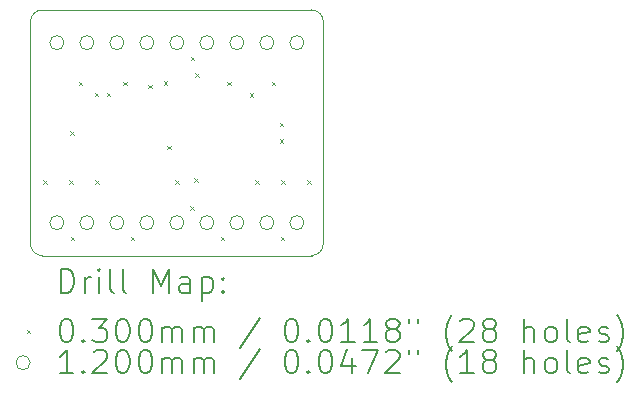
<source format=gbr>
%TF.GenerationSoftware,KiCad,Pcbnew,8.0.4*%
%TF.CreationDate,2024-09-13T11:55:58+01:00*%
%TF.ProjectId,MkI,4d6b492e-6b69-4636-9164-5f7063625858,rev?*%
%TF.SameCoordinates,Original*%
%TF.FileFunction,Drillmap*%
%TF.FilePolarity,Positive*%
%FSLAX45Y45*%
G04 Gerber Fmt 4.5, Leading zero omitted, Abs format (unit mm)*
G04 Created by KiCad (PCBNEW 8.0.4) date 2024-09-13 11:55:58*
%MOMM*%
%LPD*%
G01*
G04 APERTURE LIST*
%ADD10C,0.050000*%
%ADD11C,0.200000*%
%ADD12C,0.100000*%
%ADD13C,0.120000*%
G04 APERTURE END LIST*
D10*
X10982500Y-7659500D02*
G75*
G02*
X11082496Y-7759500I-4J-100000D01*
G01*
X8602500Y-7759500D02*
G75*
G02*
X8702500Y-7659504I99996J0D01*
G01*
X8602500Y-7759500D02*
X8602500Y-9639500D01*
X10982500Y-9739500D02*
X8702500Y-9739500D01*
X8702500Y-7659500D02*
X10982500Y-7659500D01*
X8702500Y-9739500D02*
G75*
G02*
X8602496Y-9639500I-4J100000D01*
G01*
X11082500Y-7759500D02*
X11082500Y-9639500D01*
X11082500Y-9639500D02*
G75*
G02*
X10982500Y-9739504I-100004J0D01*
G01*
D11*
D12*
X8709546Y-9103000D02*
X8739546Y-9133000D01*
X8739546Y-9103000D02*
X8709546Y-9133000D01*
X8929546Y-9103000D02*
X8959546Y-9133000D01*
X8959546Y-9103000D02*
X8929546Y-9133000D01*
X8937500Y-8684500D02*
X8967500Y-8714500D01*
X8967500Y-8684500D02*
X8937500Y-8714500D01*
X8943500Y-9581500D02*
X8973500Y-9611500D01*
X8973500Y-9581500D02*
X8943500Y-9611500D01*
X9010000Y-8267000D02*
X9040000Y-8297000D01*
X9040000Y-8267000D02*
X9010000Y-8297000D01*
X9147500Y-8359500D02*
X9177500Y-8389500D01*
X9177500Y-8359500D02*
X9147500Y-8389500D01*
X9149546Y-9103000D02*
X9179546Y-9133000D01*
X9179546Y-9103000D02*
X9149546Y-9133000D01*
X9247500Y-8359500D02*
X9277500Y-8389500D01*
X9277500Y-8359500D02*
X9247500Y-8389500D01*
X9387500Y-8265750D02*
X9417500Y-8295750D01*
X9417500Y-8265750D02*
X9387500Y-8295750D01*
X9451500Y-9581500D02*
X9481500Y-9611500D01*
X9481500Y-9581500D02*
X9451500Y-9611500D01*
X9600000Y-8294500D02*
X9630000Y-8324500D01*
X9630000Y-8294500D02*
X9600000Y-8324500D01*
X9732500Y-8264500D02*
X9762500Y-8294500D01*
X9762500Y-8264500D02*
X9732500Y-8294500D01*
X9762500Y-8809500D02*
X9792500Y-8839500D01*
X9792500Y-8809500D02*
X9762500Y-8839500D01*
X9829546Y-9103000D02*
X9859546Y-9133000D01*
X9859546Y-9103000D02*
X9829546Y-9133000D01*
X9954500Y-9319500D02*
X9984500Y-9349500D01*
X9984500Y-9319500D02*
X9954500Y-9349500D01*
X9959500Y-8057500D02*
X9989500Y-8087500D01*
X9989500Y-8057500D02*
X9959500Y-8087500D01*
X9990000Y-9084500D02*
X10020000Y-9114500D01*
X10020000Y-9084500D02*
X9990000Y-9114500D01*
X9997500Y-8194500D02*
X10027500Y-8224500D01*
X10027500Y-8194500D02*
X9997500Y-8224500D01*
X10213500Y-9581500D02*
X10243500Y-9611500D01*
X10243500Y-9581500D02*
X10213500Y-9611500D01*
X10267500Y-8265750D02*
X10297500Y-8295750D01*
X10297500Y-8265750D02*
X10267500Y-8295750D01*
X10457500Y-8364500D02*
X10487500Y-8394500D01*
X10487500Y-8364500D02*
X10457500Y-8394500D01*
X10504546Y-9103000D02*
X10534546Y-9133000D01*
X10534546Y-9103000D02*
X10504546Y-9133000D01*
X10645000Y-8267000D02*
X10675000Y-8297000D01*
X10675000Y-8267000D02*
X10645000Y-8297000D01*
X10714546Y-8613000D02*
X10744546Y-8643000D01*
X10744546Y-8613000D02*
X10714546Y-8643000D01*
X10714546Y-8753000D02*
X10744546Y-8783000D01*
X10744546Y-8753000D02*
X10714546Y-8783000D01*
X10721500Y-9581500D02*
X10751500Y-9611500D01*
X10751500Y-9581500D02*
X10721500Y-9611500D01*
X10724546Y-9103000D02*
X10754546Y-9133000D01*
X10754546Y-9103000D02*
X10724546Y-9133000D01*
X10944546Y-9103000D02*
X10974546Y-9133000D01*
X10974546Y-9103000D02*
X10944546Y-9133000D01*
D13*
X8886500Y-7937500D02*
G75*
G02*
X8766500Y-7937500I-60000J0D01*
G01*
X8766500Y-7937500D02*
G75*
G02*
X8886500Y-7937500I60000J0D01*
G01*
X8886500Y-9461500D02*
G75*
G02*
X8766500Y-9461500I-60000J0D01*
G01*
X8766500Y-9461500D02*
G75*
G02*
X8886500Y-9461500I60000J0D01*
G01*
X9140500Y-7937500D02*
G75*
G02*
X9020500Y-7937500I-60000J0D01*
G01*
X9020500Y-7937500D02*
G75*
G02*
X9140500Y-7937500I60000J0D01*
G01*
X9140500Y-9461500D02*
G75*
G02*
X9020500Y-9461500I-60000J0D01*
G01*
X9020500Y-9461500D02*
G75*
G02*
X9140500Y-9461500I60000J0D01*
G01*
X9394500Y-7937500D02*
G75*
G02*
X9274500Y-7937500I-60000J0D01*
G01*
X9274500Y-7937500D02*
G75*
G02*
X9394500Y-7937500I60000J0D01*
G01*
X9394500Y-9461500D02*
G75*
G02*
X9274500Y-9461500I-60000J0D01*
G01*
X9274500Y-9461500D02*
G75*
G02*
X9394500Y-9461500I60000J0D01*
G01*
X9648500Y-7937500D02*
G75*
G02*
X9528500Y-7937500I-60000J0D01*
G01*
X9528500Y-7937500D02*
G75*
G02*
X9648500Y-7937500I60000J0D01*
G01*
X9648500Y-9461500D02*
G75*
G02*
X9528500Y-9461500I-60000J0D01*
G01*
X9528500Y-9461500D02*
G75*
G02*
X9648500Y-9461500I60000J0D01*
G01*
X9902500Y-7937500D02*
G75*
G02*
X9782500Y-7937500I-60000J0D01*
G01*
X9782500Y-7937500D02*
G75*
G02*
X9902500Y-7937500I60000J0D01*
G01*
X9902500Y-9461500D02*
G75*
G02*
X9782500Y-9461500I-60000J0D01*
G01*
X9782500Y-9461500D02*
G75*
G02*
X9902500Y-9461500I60000J0D01*
G01*
X10156500Y-7937500D02*
G75*
G02*
X10036500Y-7937500I-60000J0D01*
G01*
X10036500Y-7937500D02*
G75*
G02*
X10156500Y-7937500I60000J0D01*
G01*
X10156500Y-9461500D02*
G75*
G02*
X10036500Y-9461500I-60000J0D01*
G01*
X10036500Y-9461500D02*
G75*
G02*
X10156500Y-9461500I60000J0D01*
G01*
X10410500Y-7937500D02*
G75*
G02*
X10290500Y-7937500I-60000J0D01*
G01*
X10290500Y-7937500D02*
G75*
G02*
X10410500Y-7937500I60000J0D01*
G01*
X10410500Y-9461500D02*
G75*
G02*
X10290500Y-9461500I-60000J0D01*
G01*
X10290500Y-9461500D02*
G75*
G02*
X10410500Y-9461500I60000J0D01*
G01*
X10664500Y-7937500D02*
G75*
G02*
X10544500Y-7937500I-60000J0D01*
G01*
X10544500Y-7937500D02*
G75*
G02*
X10664500Y-7937500I60000J0D01*
G01*
X10664500Y-9461500D02*
G75*
G02*
X10544500Y-9461500I-60000J0D01*
G01*
X10544500Y-9461500D02*
G75*
G02*
X10664500Y-9461500I60000J0D01*
G01*
X10918500Y-7937500D02*
G75*
G02*
X10798500Y-7937500I-60000J0D01*
G01*
X10798500Y-7937500D02*
G75*
G02*
X10918500Y-7937500I60000J0D01*
G01*
X10918500Y-9461500D02*
G75*
G02*
X10798500Y-9461500I-60000J0D01*
G01*
X10798500Y-9461500D02*
G75*
G02*
X10918500Y-9461500I60000J0D01*
G01*
D11*
X8860777Y-10053484D02*
X8860777Y-9853484D01*
X8860777Y-9853484D02*
X8908396Y-9853484D01*
X8908396Y-9853484D02*
X8936967Y-9863008D01*
X8936967Y-9863008D02*
X8956015Y-9882055D01*
X8956015Y-9882055D02*
X8965539Y-9901103D01*
X8965539Y-9901103D02*
X8975063Y-9939198D01*
X8975063Y-9939198D02*
X8975063Y-9967770D01*
X8975063Y-9967770D02*
X8965539Y-10005865D01*
X8965539Y-10005865D02*
X8956015Y-10024912D01*
X8956015Y-10024912D02*
X8936967Y-10043960D01*
X8936967Y-10043960D02*
X8908396Y-10053484D01*
X8908396Y-10053484D02*
X8860777Y-10053484D01*
X9060777Y-10053484D02*
X9060777Y-9920150D01*
X9060777Y-9958246D02*
X9070301Y-9939198D01*
X9070301Y-9939198D02*
X9079824Y-9929674D01*
X9079824Y-9929674D02*
X9098872Y-9920150D01*
X9098872Y-9920150D02*
X9117920Y-9920150D01*
X9184586Y-10053484D02*
X9184586Y-9920150D01*
X9184586Y-9853484D02*
X9175063Y-9863008D01*
X9175063Y-9863008D02*
X9184586Y-9872531D01*
X9184586Y-9872531D02*
X9194110Y-9863008D01*
X9194110Y-9863008D02*
X9184586Y-9853484D01*
X9184586Y-9853484D02*
X9184586Y-9872531D01*
X9308396Y-10053484D02*
X9289348Y-10043960D01*
X9289348Y-10043960D02*
X9279824Y-10024912D01*
X9279824Y-10024912D02*
X9279824Y-9853484D01*
X9413158Y-10053484D02*
X9394110Y-10043960D01*
X9394110Y-10043960D02*
X9384586Y-10024912D01*
X9384586Y-10024912D02*
X9384586Y-9853484D01*
X9641729Y-10053484D02*
X9641729Y-9853484D01*
X9641729Y-9853484D02*
X9708396Y-9996341D01*
X9708396Y-9996341D02*
X9775063Y-9853484D01*
X9775063Y-9853484D02*
X9775063Y-10053484D01*
X9956015Y-10053484D02*
X9956015Y-9948722D01*
X9956015Y-9948722D02*
X9946491Y-9929674D01*
X9946491Y-9929674D02*
X9927444Y-9920150D01*
X9927444Y-9920150D02*
X9889348Y-9920150D01*
X9889348Y-9920150D02*
X9870301Y-9929674D01*
X9956015Y-10043960D02*
X9936967Y-10053484D01*
X9936967Y-10053484D02*
X9889348Y-10053484D01*
X9889348Y-10053484D02*
X9870301Y-10043960D01*
X9870301Y-10043960D02*
X9860777Y-10024912D01*
X9860777Y-10024912D02*
X9860777Y-10005865D01*
X9860777Y-10005865D02*
X9870301Y-9986817D01*
X9870301Y-9986817D02*
X9889348Y-9977293D01*
X9889348Y-9977293D02*
X9936967Y-9977293D01*
X9936967Y-9977293D02*
X9956015Y-9967770D01*
X10051253Y-9920150D02*
X10051253Y-10120150D01*
X10051253Y-9929674D02*
X10070301Y-9920150D01*
X10070301Y-9920150D02*
X10108396Y-9920150D01*
X10108396Y-9920150D02*
X10127444Y-9929674D01*
X10127444Y-9929674D02*
X10136967Y-9939198D01*
X10136967Y-9939198D02*
X10146491Y-9958246D01*
X10146491Y-9958246D02*
X10146491Y-10015389D01*
X10146491Y-10015389D02*
X10136967Y-10034436D01*
X10136967Y-10034436D02*
X10127444Y-10043960D01*
X10127444Y-10043960D02*
X10108396Y-10053484D01*
X10108396Y-10053484D02*
X10070301Y-10053484D01*
X10070301Y-10053484D02*
X10051253Y-10043960D01*
X10232205Y-10034436D02*
X10241729Y-10043960D01*
X10241729Y-10043960D02*
X10232205Y-10053484D01*
X10232205Y-10053484D02*
X10222682Y-10043960D01*
X10222682Y-10043960D02*
X10232205Y-10034436D01*
X10232205Y-10034436D02*
X10232205Y-10053484D01*
X10232205Y-9929674D02*
X10241729Y-9939198D01*
X10241729Y-9939198D02*
X10232205Y-9948722D01*
X10232205Y-9948722D02*
X10222682Y-9939198D01*
X10222682Y-9939198D02*
X10232205Y-9929674D01*
X10232205Y-9929674D02*
X10232205Y-9948722D01*
D12*
X8570000Y-10367000D02*
X8600000Y-10397000D01*
X8600000Y-10367000D02*
X8570000Y-10397000D01*
D11*
X8898872Y-10273484D02*
X8917920Y-10273484D01*
X8917920Y-10273484D02*
X8936967Y-10283008D01*
X8936967Y-10283008D02*
X8946491Y-10292531D01*
X8946491Y-10292531D02*
X8956015Y-10311579D01*
X8956015Y-10311579D02*
X8965539Y-10349674D01*
X8965539Y-10349674D02*
X8965539Y-10397293D01*
X8965539Y-10397293D02*
X8956015Y-10435389D01*
X8956015Y-10435389D02*
X8946491Y-10454436D01*
X8946491Y-10454436D02*
X8936967Y-10463960D01*
X8936967Y-10463960D02*
X8917920Y-10473484D01*
X8917920Y-10473484D02*
X8898872Y-10473484D01*
X8898872Y-10473484D02*
X8879824Y-10463960D01*
X8879824Y-10463960D02*
X8870301Y-10454436D01*
X8870301Y-10454436D02*
X8860777Y-10435389D01*
X8860777Y-10435389D02*
X8851253Y-10397293D01*
X8851253Y-10397293D02*
X8851253Y-10349674D01*
X8851253Y-10349674D02*
X8860777Y-10311579D01*
X8860777Y-10311579D02*
X8870301Y-10292531D01*
X8870301Y-10292531D02*
X8879824Y-10283008D01*
X8879824Y-10283008D02*
X8898872Y-10273484D01*
X9051253Y-10454436D02*
X9060777Y-10463960D01*
X9060777Y-10463960D02*
X9051253Y-10473484D01*
X9051253Y-10473484D02*
X9041729Y-10463960D01*
X9041729Y-10463960D02*
X9051253Y-10454436D01*
X9051253Y-10454436D02*
X9051253Y-10473484D01*
X9127444Y-10273484D02*
X9251253Y-10273484D01*
X9251253Y-10273484D02*
X9184586Y-10349674D01*
X9184586Y-10349674D02*
X9213158Y-10349674D01*
X9213158Y-10349674D02*
X9232205Y-10359198D01*
X9232205Y-10359198D02*
X9241729Y-10368722D01*
X9241729Y-10368722D02*
X9251253Y-10387770D01*
X9251253Y-10387770D02*
X9251253Y-10435389D01*
X9251253Y-10435389D02*
X9241729Y-10454436D01*
X9241729Y-10454436D02*
X9232205Y-10463960D01*
X9232205Y-10463960D02*
X9213158Y-10473484D01*
X9213158Y-10473484D02*
X9156015Y-10473484D01*
X9156015Y-10473484D02*
X9136967Y-10463960D01*
X9136967Y-10463960D02*
X9127444Y-10454436D01*
X9375063Y-10273484D02*
X9394110Y-10273484D01*
X9394110Y-10273484D02*
X9413158Y-10283008D01*
X9413158Y-10283008D02*
X9422682Y-10292531D01*
X9422682Y-10292531D02*
X9432205Y-10311579D01*
X9432205Y-10311579D02*
X9441729Y-10349674D01*
X9441729Y-10349674D02*
X9441729Y-10397293D01*
X9441729Y-10397293D02*
X9432205Y-10435389D01*
X9432205Y-10435389D02*
X9422682Y-10454436D01*
X9422682Y-10454436D02*
X9413158Y-10463960D01*
X9413158Y-10463960D02*
X9394110Y-10473484D01*
X9394110Y-10473484D02*
X9375063Y-10473484D01*
X9375063Y-10473484D02*
X9356015Y-10463960D01*
X9356015Y-10463960D02*
X9346491Y-10454436D01*
X9346491Y-10454436D02*
X9336967Y-10435389D01*
X9336967Y-10435389D02*
X9327444Y-10397293D01*
X9327444Y-10397293D02*
X9327444Y-10349674D01*
X9327444Y-10349674D02*
X9336967Y-10311579D01*
X9336967Y-10311579D02*
X9346491Y-10292531D01*
X9346491Y-10292531D02*
X9356015Y-10283008D01*
X9356015Y-10283008D02*
X9375063Y-10273484D01*
X9565539Y-10273484D02*
X9584586Y-10273484D01*
X9584586Y-10273484D02*
X9603634Y-10283008D01*
X9603634Y-10283008D02*
X9613158Y-10292531D01*
X9613158Y-10292531D02*
X9622682Y-10311579D01*
X9622682Y-10311579D02*
X9632205Y-10349674D01*
X9632205Y-10349674D02*
X9632205Y-10397293D01*
X9632205Y-10397293D02*
X9622682Y-10435389D01*
X9622682Y-10435389D02*
X9613158Y-10454436D01*
X9613158Y-10454436D02*
X9603634Y-10463960D01*
X9603634Y-10463960D02*
X9584586Y-10473484D01*
X9584586Y-10473484D02*
X9565539Y-10473484D01*
X9565539Y-10473484D02*
X9546491Y-10463960D01*
X9546491Y-10463960D02*
X9536967Y-10454436D01*
X9536967Y-10454436D02*
X9527444Y-10435389D01*
X9527444Y-10435389D02*
X9517920Y-10397293D01*
X9517920Y-10397293D02*
X9517920Y-10349674D01*
X9517920Y-10349674D02*
X9527444Y-10311579D01*
X9527444Y-10311579D02*
X9536967Y-10292531D01*
X9536967Y-10292531D02*
X9546491Y-10283008D01*
X9546491Y-10283008D02*
X9565539Y-10273484D01*
X9717920Y-10473484D02*
X9717920Y-10340150D01*
X9717920Y-10359198D02*
X9727444Y-10349674D01*
X9727444Y-10349674D02*
X9746491Y-10340150D01*
X9746491Y-10340150D02*
X9775063Y-10340150D01*
X9775063Y-10340150D02*
X9794110Y-10349674D01*
X9794110Y-10349674D02*
X9803634Y-10368722D01*
X9803634Y-10368722D02*
X9803634Y-10473484D01*
X9803634Y-10368722D02*
X9813158Y-10349674D01*
X9813158Y-10349674D02*
X9832205Y-10340150D01*
X9832205Y-10340150D02*
X9860777Y-10340150D01*
X9860777Y-10340150D02*
X9879825Y-10349674D01*
X9879825Y-10349674D02*
X9889348Y-10368722D01*
X9889348Y-10368722D02*
X9889348Y-10473484D01*
X9984586Y-10473484D02*
X9984586Y-10340150D01*
X9984586Y-10359198D02*
X9994110Y-10349674D01*
X9994110Y-10349674D02*
X10013158Y-10340150D01*
X10013158Y-10340150D02*
X10041729Y-10340150D01*
X10041729Y-10340150D02*
X10060777Y-10349674D01*
X10060777Y-10349674D02*
X10070301Y-10368722D01*
X10070301Y-10368722D02*
X10070301Y-10473484D01*
X10070301Y-10368722D02*
X10079825Y-10349674D01*
X10079825Y-10349674D02*
X10098872Y-10340150D01*
X10098872Y-10340150D02*
X10127444Y-10340150D01*
X10127444Y-10340150D02*
X10146491Y-10349674D01*
X10146491Y-10349674D02*
X10156015Y-10368722D01*
X10156015Y-10368722D02*
X10156015Y-10473484D01*
X10546491Y-10263960D02*
X10375063Y-10521103D01*
X10803634Y-10273484D02*
X10822682Y-10273484D01*
X10822682Y-10273484D02*
X10841729Y-10283008D01*
X10841729Y-10283008D02*
X10851253Y-10292531D01*
X10851253Y-10292531D02*
X10860777Y-10311579D01*
X10860777Y-10311579D02*
X10870301Y-10349674D01*
X10870301Y-10349674D02*
X10870301Y-10397293D01*
X10870301Y-10397293D02*
X10860777Y-10435389D01*
X10860777Y-10435389D02*
X10851253Y-10454436D01*
X10851253Y-10454436D02*
X10841729Y-10463960D01*
X10841729Y-10463960D02*
X10822682Y-10473484D01*
X10822682Y-10473484D02*
X10803634Y-10473484D01*
X10803634Y-10473484D02*
X10784587Y-10463960D01*
X10784587Y-10463960D02*
X10775063Y-10454436D01*
X10775063Y-10454436D02*
X10765539Y-10435389D01*
X10765539Y-10435389D02*
X10756015Y-10397293D01*
X10756015Y-10397293D02*
X10756015Y-10349674D01*
X10756015Y-10349674D02*
X10765539Y-10311579D01*
X10765539Y-10311579D02*
X10775063Y-10292531D01*
X10775063Y-10292531D02*
X10784587Y-10283008D01*
X10784587Y-10283008D02*
X10803634Y-10273484D01*
X10956015Y-10454436D02*
X10965539Y-10463960D01*
X10965539Y-10463960D02*
X10956015Y-10473484D01*
X10956015Y-10473484D02*
X10946491Y-10463960D01*
X10946491Y-10463960D02*
X10956015Y-10454436D01*
X10956015Y-10454436D02*
X10956015Y-10473484D01*
X11089348Y-10273484D02*
X11108396Y-10273484D01*
X11108396Y-10273484D02*
X11127444Y-10283008D01*
X11127444Y-10283008D02*
X11136968Y-10292531D01*
X11136968Y-10292531D02*
X11146491Y-10311579D01*
X11146491Y-10311579D02*
X11156015Y-10349674D01*
X11156015Y-10349674D02*
X11156015Y-10397293D01*
X11156015Y-10397293D02*
X11146491Y-10435389D01*
X11146491Y-10435389D02*
X11136968Y-10454436D01*
X11136968Y-10454436D02*
X11127444Y-10463960D01*
X11127444Y-10463960D02*
X11108396Y-10473484D01*
X11108396Y-10473484D02*
X11089348Y-10473484D01*
X11089348Y-10473484D02*
X11070301Y-10463960D01*
X11070301Y-10463960D02*
X11060777Y-10454436D01*
X11060777Y-10454436D02*
X11051253Y-10435389D01*
X11051253Y-10435389D02*
X11041729Y-10397293D01*
X11041729Y-10397293D02*
X11041729Y-10349674D01*
X11041729Y-10349674D02*
X11051253Y-10311579D01*
X11051253Y-10311579D02*
X11060777Y-10292531D01*
X11060777Y-10292531D02*
X11070301Y-10283008D01*
X11070301Y-10283008D02*
X11089348Y-10273484D01*
X11346491Y-10473484D02*
X11232206Y-10473484D01*
X11289348Y-10473484D02*
X11289348Y-10273484D01*
X11289348Y-10273484D02*
X11270301Y-10302055D01*
X11270301Y-10302055D02*
X11251253Y-10321103D01*
X11251253Y-10321103D02*
X11232206Y-10330627D01*
X11536967Y-10473484D02*
X11422682Y-10473484D01*
X11479825Y-10473484D02*
X11479825Y-10273484D01*
X11479825Y-10273484D02*
X11460777Y-10302055D01*
X11460777Y-10302055D02*
X11441729Y-10321103D01*
X11441729Y-10321103D02*
X11422682Y-10330627D01*
X11651253Y-10359198D02*
X11632206Y-10349674D01*
X11632206Y-10349674D02*
X11622682Y-10340150D01*
X11622682Y-10340150D02*
X11613158Y-10321103D01*
X11613158Y-10321103D02*
X11613158Y-10311579D01*
X11613158Y-10311579D02*
X11622682Y-10292531D01*
X11622682Y-10292531D02*
X11632206Y-10283008D01*
X11632206Y-10283008D02*
X11651253Y-10273484D01*
X11651253Y-10273484D02*
X11689348Y-10273484D01*
X11689348Y-10273484D02*
X11708396Y-10283008D01*
X11708396Y-10283008D02*
X11717920Y-10292531D01*
X11717920Y-10292531D02*
X11727444Y-10311579D01*
X11727444Y-10311579D02*
X11727444Y-10321103D01*
X11727444Y-10321103D02*
X11717920Y-10340150D01*
X11717920Y-10340150D02*
X11708396Y-10349674D01*
X11708396Y-10349674D02*
X11689348Y-10359198D01*
X11689348Y-10359198D02*
X11651253Y-10359198D01*
X11651253Y-10359198D02*
X11632206Y-10368722D01*
X11632206Y-10368722D02*
X11622682Y-10378246D01*
X11622682Y-10378246D02*
X11613158Y-10397293D01*
X11613158Y-10397293D02*
X11613158Y-10435389D01*
X11613158Y-10435389D02*
X11622682Y-10454436D01*
X11622682Y-10454436D02*
X11632206Y-10463960D01*
X11632206Y-10463960D02*
X11651253Y-10473484D01*
X11651253Y-10473484D02*
X11689348Y-10473484D01*
X11689348Y-10473484D02*
X11708396Y-10463960D01*
X11708396Y-10463960D02*
X11717920Y-10454436D01*
X11717920Y-10454436D02*
X11727444Y-10435389D01*
X11727444Y-10435389D02*
X11727444Y-10397293D01*
X11727444Y-10397293D02*
X11717920Y-10378246D01*
X11717920Y-10378246D02*
X11708396Y-10368722D01*
X11708396Y-10368722D02*
X11689348Y-10359198D01*
X11803634Y-10273484D02*
X11803634Y-10311579D01*
X11879825Y-10273484D02*
X11879825Y-10311579D01*
X12175063Y-10549674D02*
X12165539Y-10540150D01*
X12165539Y-10540150D02*
X12146491Y-10511579D01*
X12146491Y-10511579D02*
X12136968Y-10492531D01*
X12136968Y-10492531D02*
X12127444Y-10463960D01*
X12127444Y-10463960D02*
X12117920Y-10416341D01*
X12117920Y-10416341D02*
X12117920Y-10378246D01*
X12117920Y-10378246D02*
X12127444Y-10330627D01*
X12127444Y-10330627D02*
X12136968Y-10302055D01*
X12136968Y-10302055D02*
X12146491Y-10283008D01*
X12146491Y-10283008D02*
X12165539Y-10254436D01*
X12165539Y-10254436D02*
X12175063Y-10244912D01*
X12241729Y-10292531D02*
X12251253Y-10283008D01*
X12251253Y-10283008D02*
X12270301Y-10273484D01*
X12270301Y-10273484D02*
X12317920Y-10273484D01*
X12317920Y-10273484D02*
X12336968Y-10283008D01*
X12336968Y-10283008D02*
X12346491Y-10292531D01*
X12346491Y-10292531D02*
X12356015Y-10311579D01*
X12356015Y-10311579D02*
X12356015Y-10330627D01*
X12356015Y-10330627D02*
X12346491Y-10359198D01*
X12346491Y-10359198D02*
X12232206Y-10473484D01*
X12232206Y-10473484D02*
X12356015Y-10473484D01*
X12470301Y-10359198D02*
X12451253Y-10349674D01*
X12451253Y-10349674D02*
X12441729Y-10340150D01*
X12441729Y-10340150D02*
X12432206Y-10321103D01*
X12432206Y-10321103D02*
X12432206Y-10311579D01*
X12432206Y-10311579D02*
X12441729Y-10292531D01*
X12441729Y-10292531D02*
X12451253Y-10283008D01*
X12451253Y-10283008D02*
X12470301Y-10273484D01*
X12470301Y-10273484D02*
X12508396Y-10273484D01*
X12508396Y-10273484D02*
X12527444Y-10283008D01*
X12527444Y-10283008D02*
X12536968Y-10292531D01*
X12536968Y-10292531D02*
X12546491Y-10311579D01*
X12546491Y-10311579D02*
X12546491Y-10321103D01*
X12546491Y-10321103D02*
X12536968Y-10340150D01*
X12536968Y-10340150D02*
X12527444Y-10349674D01*
X12527444Y-10349674D02*
X12508396Y-10359198D01*
X12508396Y-10359198D02*
X12470301Y-10359198D01*
X12470301Y-10359198D02*
X12451253Y-10368722D01*
X12451253Y-10368722D02*
X12441729Y-10378246D01*
X12441729Y-10378246D02*
X12432206Y-10397293D01*
X12432206Y-10397293D02*
X12432206Y-10435389D01*
X12432206Y-10435389D02*
X12441729Y-10454436D01*
X12441729Y-10454436D02*
X12451253Y-10463960D01*
X12451253Y-10463960D02*
X12470301Y-10473484D01*
X12470301Y-10473484D02*
X12508396Y-10473484D01*
X12508396Y-10473484D02*
X12527444Y-10463960D01*
X12527444Y-10463960D02*
X12536968Y-10454436D01*
X12536968Y-10454436D02*
X12546491Y-10435389D01*
X12546491Y-10435389D02*
X12546491Y-10397293D01*
X12546491Y-10397293D02*
X12536968Y-10378246D01*
X12536968Y-10378246D02*
X12527444Y-10368722D01*
X12527444Y-10368722D02*
X12508396Y-10359198D01*
X12784587Y-10473484D02*
X12784587Y-10273484D01*
X12870301Y-10473484D02*
X12870301Y-10368722D01*
X12870301Y-10368722D02*
X12860777Y-10349674D01*
X12860777Y-10349674D02*
X12841730Y-10340150D01*
X12841730Y-10340150D02*
X12813158Y-10340150D01*
X12813158Y-10340150D02*
X12794110Y-10349674D01*
X12794110Y-10349674D02*
X12784587Y-10359198D01*
X12994110Y-10473484D02*
X12975063Y-10463960D01*
X12975063Y-10463960D02*
X12965539Y-10454436D01*
X12965539Y-10454436D02*
X12956015Y-10435389D01*
X12956015Y-10435389D02*
X12956015Y-10378246D01*
X12956015Y-10378246D02*
X12965539Y-10359198D01*
X12965539Y-10359198D02*
X12975063Y-10349674D01*
X12975063Y-10349674D02*
X12994110Y-10340150D01*
X12994110Y-10340150D02*
X13022682Y-10340150D01*
X13022682Y-10340150D02*
X13041730Y-10349674D01*
X13041730Y-10349674D02*
X13051253Y-10359198D01*
X13051253Y-10359198D02*
X13060777Y-10378246D01*
X13060777Y-10378246D02*
X13060777Y-10435389D01*
X13060777Y-10435389D02*
X13051253Y-10454436D01*
X13051253Y-10454436D02*
X13041730Y-10463960D01*
X13041730Y-10463960D02*
X13022682Y-10473484D01*
X13022682Y-10473484D02*
X12994110Y-10473484D01*
X13175063Y-10473484D02*
X13156015Y-10463960D01*
X13156015Y-10463960D02*
X13146491Y-10444912D01*
X13146491Y-10444912D02*
X13146491Y-10273484D01*
X13327444Y-10463960D02*
X13308396Y-10473484D01*
X13308396Y-10473484D02*
X13270301Y-10473484D01*
X13270301Y-10473484D02*
X13251253Y-10463960D01*
X13251253Y-10463960D02*
X13241730Y-10444912D01*
X13241730Y-10444912D02*
X13241730Y-10368722D01*
X13241730Y-10368722D02*
X13251253Y-10349674D01*
X13251253Y-10349674D02*
X13270301Y-10340150D01*
X13270301Y-10340150D02*
X13308396Y-10340150D01*
X13308396Y-10340150D02*
X13327444Y-10349674D01*
X13327444Y-10349674D02*
X13336968Y-10368722D01*
X13336968Y-10368722D02*
X13336968Y-10387770D01*
X13336968Y-10387770D02*
X13241730Y-10406817D01*
X13413158Y-10463960D02*
X13432206Y-10473484D01*
X13432206Y-10473484D02*
X13470301Y-10473484D01*
X13470301Y-10473484D02*
X13489349Y-10463960D01*
X13489349Y-10463960D02*
X13498872Y-10444912D01*
X13498872Y-10444912D02*
X13498872Y-10435389D01*
X13498872Y-10435389D02*
X13489349Y-10416341D01*
X13489349Y-10416341D02*
X13470301Y-10406817D01*
X13470301Y-10406817D02*
X13441730Y-10406817D01*
X13441730Y-10406817D02*
X13422682Y-10397293D01*
X13422682Y-10397293D02*
X13413158Y-10378246D01*
X13413158Y-10378246D02*
X13413158Y-10368722D01*
X13413158Y-10368722D02*
X13422682Y-10349674D01*
X13422682Y-10349674D02*
X13441730Y-10340150D01*
X13441730Y-10340150D02*
X13470301Y-10340150D01*
X13470301Y-10340150D02*
X13489349Y-10349674D01*
X13565539Y-10549674D02*
X13575063Y-10540150D01*
X13575063Y-10540150D02*
X13594111Y-10511579D01*
X13594111Y-10511579D02*
X13603634Y-10492531D01*
X13603634Y-10492531D02*
X13613158Y-10463960D01*
X13613158Y-10463960D02*
X13622682Y-10416341D01*
X13622682Y-10416341D02*
X13622682Y-10378246D01*
X13622682Y-10378246D02*
X13613158Y-10330627D01*
X13613158Y-10330627D02*
X13603634Y-10302055D01*
X13603634Y-10302055D02*
X13594111Y-10283008D01*
X13594111Y-10283008D02*
X13575063Y-10254436D01*
X13575063Y-10254436D02*
X13565539Y-10244912D01*
D13*
X8600000Y-10646000D02*
G75*
G02*
X8480000Y-10646000I-60000J0D01*
G01*
X8480000Y-10646000D02*
G75*
G02*
X8600000Y-10646000I60000J0D01*
G01*
D11*
X8965539Y-10737484D02*
X8851253Y-10737484D01*
X8908396Y-10737484D02*
X8908396Y-10537484D01*
X8908396Y-10537484D02*
X8889348Y-10566055D01*
X8889348Y-10566055D02*
X8870301Y-10585103D01*
X8870301Y-10585103D02*
X8851253Y-10594627D01*
X9051253Y-10718436D02*
X9060777Y-10727960D01*
X9060777Y-10727960D02*
X9051253Y-10737484D01*
X9051253Y-10737484D02*
X9041729Y-10727960D01*
X9041729Y-10727960D02*
X9051253Y-10718436D01*
X9051253Y-10718436D02*
X9051253Y-10737484D01*
X9136967Y-10556531D02*
X9146491Y-10547008D01*
X9146491Y-10547008D02*
X9165539Y-10537484D01*
X9165539Y-10537484D02*
X9213158Y-10537484D01*
X9213158Y-10537484D02*
X9232205Y-10547008D01*
X9232205Y-10547008D02*
X9241729Y-10556531D01*
X9241729Y-10556531D02*
X9251253Y-10575579D01*
X9251253Y-10575579D02*
X9251253Y-10594627D01*
X9251253Y-10594627D02*
X9241729Y-10623198D01*
X9241729Y-10623198D02*
X9127444Y-10737484D01*
X9127444Y-10737484D02*
X9251253Y-10737484D01*
X9375063Y-10537484D02*
X9394110Y-10537484D01*
X9394110Y-10537484D02*
X9413158Y-10547008D01*
X9413158Y-10547008D02*
X9422682Y-10556531D01*
X9422682Y-10556531D02*
X9432205Y-10575579D01*
X9432205Y-10575579D02*
X9441729Y-10613674D01*
X9441729Y-10613674D02*
X9441729Y-10661293D01*
X9441729Y-10661293D02*
X9432205Y-10699389D01*
X9432205Y-10699389D02*
X9422682Y-10718436D01*
X9422682Y-10718436D02*
X9413158Y-10727960D01*
X9413158Y-10727960D02*
X9394110Y-10737484D01*
X9394110Y-10737484D02*
X9375063Y-10737484D01*
X9375063Y-10737484D02*
X9356015Y-10727960D01*
X9356015Y-10727960D02*
X9346491Y-10718436D01*
X9346491Y-10718436D02*
X9336967Y-10699389D01*
X9336967Y-10699389D02*
X9327444Y-10661293D01*
X9327444Y-10661293D02*
X9327444Y-10613674D01*
X9327444Y-10613674D02*
X9336967Y-10575579D01*
X9336967Y-10575579D02*
X9346491Y-10556531D01*
X9346491Y-10556531D02*
X9356015Y-10547008D01*
X9356015Y-10547008D02*
X9375063Y-10537484D01*
X9565539Y-10537484D02*
X9584586Y-10537484D01*
X9584586Y-10537484D02*
X9603634Y-10547008D01*
X9603634Y-10547008D02*
X9613158Y-10556531D01*
X9613158Y-10556531D02*
X9622682Y-10575579D01*
X9622682Y-10575579D02*
X9632205Y-10613674D01*
X9632205Y-10613674D02*
X9632205Y-10661293D01*
X9632205Y-10661293D02*
X9622682Y-10699389D01*
X9622682Y-10699389D02*
X9613158Y-10718436D01*
X9613158Y-10718436D02*
X9603634Y-10727960D01*
X9603634Y-10727960D02*
X9584586Y-10737484D01*
X9584586Y-10737484D02*
X9565539Y-10737484D01*
X9565539Y-10737484D02*
X9546491Y-10727960D01*
X9546491Y-10727960D02*
X9536967Y-10718436D01*
X9536967Y-10718436D02*
X9527444Y-10699389D01*
X9527444Y-10699389D02*
X9517920Y-10661293D01*
X9517920Y-10661293D02*
X9517920Y-10613674D01*
X9517920Y-10613674D02*
X9527444Y-10575579D01*
X9527444Y-10575579D02*
X9536967Y-10556531D01*
X9536967Y-10556531D02*
X9546491Y-10547008D01*
X9546491Y-10547008D02*
X9565539Y-10537484D01*
X9717920Y-10737484D02*
X9717920Y-10604150D01*
X9717920Y-10623198D02*
X9727444Y-10613674D01*
X9727444Y-10613674D02*
X9746491Y-10604150D01*
X9746491Y-10604150D02*
X9775063Y-10604150D01*
X9775063Y-10604150D02*
X9794110Y-10613674D01*
X9794110Y-10613674D02*
X9803634Y-10632722D01*
X9803634Y-10632722D02*
X9803634Y-10737484D01*
X9803634Y-10632722D02*
X9813158Y-10613674D01*
X9813158Y-10613674D02*
X9832205Y-10604150D01*
X9832205Y-10604150D02*
X9860777Y-10604150D01*
X9860777Y-10604150D02*
X9879825Y-10613674D01*
X9879825Y-10613674D02*
X9889348Y-10632722D01*
X9889348Y-10632722D02*
X9889348Y-10737484D01*
X9984586Y-10737484D02*
X9984586Y-10604150D01*
X9984586Y-10623198D02*
X9994110Y-10613674D01*
X9994110Y-10613674D02*
X10013158Y-10604150D01*
X10013158Y-10604150D02*
X10041729Y-10604150D01*
X10041729Y-10604150D02*
X10060777Y-10613674D01*
X10060777Y-10613674D02*
X10070301Y-10632722D01*
X10070301Y-10632722D02*
X10070301Y-10737484D01*
X10070301Y-10632722D02*
X10079825Y-10613674D01*
X10079825Y-10613674D02*
X10098872Y-10604150D01*
X10098872Y-10604150D02*
X10127444Y-10604150D01*
X10127444Y-10604150D02*
X10146491Y-10613674D01*
X10146491Y-10613674D02*
X10156015Y-10632722D01*
X10156015Y-10632722D02*
X10156015Y-10737484D01*
X10546491Y-10527960D02*
X10375063Y-10785103D01*
X10803634Y-10537484D02*
X10822682Y-10537484D01*
X10822682Y-10537484D02*
X10841729Y-10547008D01*
X10841729Y-10547008D02*
X10851253Y-10556531D01*
X10851253Y-10556531D02*
X10860777Y-10575579D01*
X10860777Y-10575579D02*
X10870301Y-10613674D01*
X10870301Y-10613674D02*
X10870301Y-10661293D01*
X10870301Y-10661293D02*
X10860777Y-10699389D01*
X10860777Y-10699389D02*
X10851253Y-10718436D01*
X10851253Y-10718436D02*
X10841729Y-10727960D01*
X10841729Y-10727960D02*
X10822682Y-10737484D01*
X10822682Y-10737484D02*
X10803634Y-10737484D01*
X10803634Y-10737484D02*
X10784587Y-10727960D01*
X10784587Y-10727960D02*
X10775063Y-10718436D01*
X10775063Y-10718436D02*
X10765539Y-10699389D01*
X10765539Y-10699389D02*
X10756015Y-10661293D01*
X10756015Y-10661293D02*
X10756015Y-10613674D01*
X10756015Y-10613674D02*
X10765539Y-10575579D01*
X10765539Y-10575579D02*
X10775063Y-10556531D01*
X10775063Y-10556531D02*
X10784587Y-10547008D01*
X10784587Y-10547008D02*
X10803634Y-10537484D01*
X10956015Y-10718436D02*
X10965539Y-10727960D01*
X10965539Y-10727960D02*
X10956015Y-10737484D01*
X10956015Y-10737484D02*
X10946491Y-10727960D01*
X10946491Y-10727960D02*
X10956015Y-10718436D01*
X10956015Y-10718436D02*
X10956015Y-10737484D01*
X11089348Y-10537484D02*
X11108396Y-10537484D01*
X11108396Y-10537484D02*
X11127444Y-10547008D01*
X11127444Y-10547008D02*
X11136968Y-10556531D01*
X11136968Y-10556531D02*
X11146491Y-10575579D01*
X11146491Y-10575579D02*
X11156015Y-10613674D01*
X11156015Y-10613674D02*
X11156015Y-10661293D01*
X11156015Y-10661293D02*
X11146491Y-10699389D01*
X11146491Y-10699389D02*
X11136968Y-10718436D01*
X11136968Y-10718436D02*
X11127444Y-10727960D01*
X11127444Y-10727960D02*
X11108396Y-10737484D01*
X11108396Y-10737484D02*
X11089348Y-10737484D01*
X11089348Y-10737484D02*
X11070301Y-10727960D01*
X11070301Y-10727960D02*
X11060777Y-10718436D01*
X11060777Y-10718436D02*
X11051253Y-10699389D01*
X11051253Y-10699389D02*
X11041729Y-10661293D01*
X11041729Y-10661293D02*
X11041729Y-10613674D01*
X11041729Y-10613674D02*
X11051253Y-10575579D01*
X11051253Y-10575579D02*
X11060777Y-10556531D01*
X11060777Y-10556531D02*
X11070301Y-10547008D01*
X11070301Y-10547008D02*
X11089348Y-10537484D01*
X11327444Y-10604150D02*
X11327444Y-10737484D01*
X11279825Y-10527960D02*
X11232206Y-10670817D01*
X11232206Y-10670817D02*
X11356015Y-10670817D01*
X11413158Y-10537484D02*
X11546491Y-10537484D01*
X11546491Y-10537484D02*
X11460777Y-10737484D01*
X11613158Y-10556531D02*
X11622682Y-10547008D01*
X11622682Y-10547008D02*
X11641729Y-10537484D01*
X11641729Y-10537484D02*
X11689348Y-10537484D01*
X11689348Y-10537484D02*
X11708396Y-10547008D01*
X11708396Y-10547008D02*
X11717920Y-10556531D01*
X11717920Y-10556531D02*
X11727444Y-10575579D01*
X11727444Y-10575579D02*
X11727444Y-10594627D01*
X11727444Y-10594627D02*
X11717920Y-10623198D01*
X11717920Y-10623198D02*
X11603634Y-10737484D01*
X11603634Y-10737484D02*
X11727444Y-10737484D01*
X11803634Y-10537484D02*
X11803634Y-10575579D01*
X11879825Y-10537484D02*
X11879825Y-10575579D01*
X12175063Y-10813674D02*
X12165539Y-10804150D01*
X12165539Y-10804150D02*
X12146491Y-10775579D01*
X12146491Y-10775579D02*
X12136968Y-10756531D01*
X12136968Y-10756531D02*
X12127444Y-10727960D01*
X12127444Y-10727960D02*
X12117920Y-10680341D01*
X12117920Y-10680341D02*
X12117920Y-10642246D01*
X12117920Y-10642246D02*
X12127444Y-10594627D01*
X12127444Y-10594627D02*
X12136968Y-10566055D01*
X12136968Y-10566055D02*
X12146491Y-10547008D01*
X12146491Y-10547008D02*
X12165539Y-10518436D01*
X12165539Y-10518436D02*
X12175063Y-10508912D01*
X12356015Y-10737484D02*
X12241729Y-10737484D01*
X12298872Y-10737484D02*
X12298872Y-10537484D01*
X12298872Y-10537484D02*
X12279825Y-10566055D01*
X12279825Y-10566055D02*
X12260777Y-10585103D01*
X12260777Y-10585103D02*
X12241729Y-10594627D01*
X12470301Y-10623198D02*
X12451253Y-10613674D01*
X12451253Y-10613674D02*
X12441729Y-10604150D01*
X12441729Y-10604150D02*
X12432206Y-10585103D01*
X12432206Y-10585103D02*
X12432206Y-10575579D01*
X12432206Y-10575579D02*
X12441729Y-10556531D01*
X12441729Y-10556531D02*
X12451253Y-10547008D01*
X12451253Y-10547008D02*
X12470301Y-10537484D01*
X12470301Y-10537484D02*
X12508396Y-10537484D01*
X12508396Y-10537484D02*
X12527444Y-10547008D01*
X12527444Y-10547008D02*
X12536968Y-10556531D01*
X12536968Y-10556531D02*
X12546491Y-10575579D01*
X12546491Y-10575579D02*
X12546491Y-10585103D01*
X12546491Y-10585103D02*
X12536968Y-10604150D01*
X12536968Y-10604150D02*
X12527444Y-10613674D01*
X12527444Y-10613674D02*
X12508396Y-10623198D01*
X12508396Y-10623198D02*
X12470301Y-10623198D01*
X12470301Y-10623198D02*
X12451253Y-10632722D01*
X12451253Y-10632722D02*
X12441729Y-10642246D01*
X12441729Y-10642246D02*
X12432206Y-10661293D01*
X12432206Y-10661293D02*
X12432206Y-10699389D01*
X12432206Y-10699389D02*
X12441729Y-10718436D01*
X12441729Y-10718436D02*
X12451253Y-10727960D01*
X12451253Y-10727960D02*
X12470301Y-10737484D01*
X12470301Y-10737484D02*
X12508396Y-10737484D01*
X12508396Y-10737484D02*
X12527444Y-10727960D01*
X12527444Y-10727960D02*
X12536968Y-10718436D01*
X12536968Y-10718436D02*
X12546491Y-10699389D01*
X12546491Y-10699389D02*
X12546491Y-10661293D01*
X12546491Y-10661293D02*
X12536968Y-10642246D01*
X12536968Y-10642246D02*
X12527444Y-10632722D01*
X12527444Y-10632722D02*
X12508396Y-10623198D01*
X12784587Y-10737484D02*
X12784587Y-10537484D01*
X12870301Y-10737484D02*
X12870301Y-10632722D01*
X12870301Y-10632722D02*
X12860777Y-10613674D01*
X12860777Y-10613674D02*
X12841730Y-10604150D01*
X12841730Y-10604150D02*
X12813158Y-10604150D01*
X12813158Y-10604150D02*
X12794110Y-10613674D01*
X12794110Y-10613674D02*
X12784587Y-10623198D01*
X12994110Y-10737484D02*
X12975063Y-10727960D01*
X12975063Y-10727960D02*
X12965539Y-10718436D01*
X12965539Y-10718436D02*
X12956015Y-10699389D01*
X12956015Y-10699389D02*
X12956015Y-10642246D01*
X12956015Y-10642246D02*
X12965539Y-10623198D01*
X12965539Y-10623198D02*
X12975063Y-10613674D01*
X12975063Y-10613674D02*
X12994110Y-10604150D01*
X12994110Y-10604150D02*
X13022682Y-10604150D01*
X13022682Y-10604150D02*
X13041730Y-10613674D01*
X13041730Y-10613674D02*
X13051253Y-10623198D01*
X13051253Y-10623198D02*
X13060777Y-10642246D01*
X13060777Y-10642246D02*
X13060777Y-10699389D01*
X13060777Y-10699389D02*
X13051253Y-10718436D01*
X13051253Y-10718436D02*
X13041730Y-10727960D01*
X13041730Y-10727960D02*
X13022682Y-10737484D01*
X13022682Y-10737484D02*
X12994110Y-10737484D01*
X13175063Y-10737484D02*
X13156015Y-10727960D01*
X13156015Y-10727960D02*
X13146491Y-10708912D01*
X13146491Y-10708912D02*
X13146491Y-10537484D01*
X13327444Y-10727960D02*
X13308396Y-10737484D01*
X13308396Y-10737484D02*
X13270301Y-10737484D01*
X13270301Y-10737484D02*
X13251253Y-10727960D01*
X13251253Y-10727960D02*
X13241730Y-10708912D01*
X13241730Y-10708912D02*
X13241730Y-10632722D01*
X13241730Y-10632722D02*
X13251253Y-10613674D01*
X13251253Y-10613674D02*
X13270301Y-10604150D01*
X13270301Y-10604150D02*
X13308396Y-10604150D01*
X13308396Y-10604150D02*
X13327444Y-10613674D01*
X13327444Y-10613674D02*
X13336968Y-10632722D01*
X13336968Y-10632722D02*
X13336968Y-10651770D01*
X13336968Y-10651770D02*
X13241730Y-10670817D01*
X13413158Y-10727960D02*
X13432206Y-10737484D01*
X13432206Y-10737484D02*
X13470301Y-10737484D01*
X13470301Y-10737484D02*
X13489349Y-10727960D01*
X13489349Y-10727960D02*
X13498872Y-10708912D01*
X13498872Y-10708912D02*
X13498872Y-10699389D01*
X13498872Y-10699389D02*
X13489349Y-10680341D01*
X13489349Y-10680341D02*
X13470301Y-10670817D01*
X13470301Y-10670817D02*
X13441730Y-10670817D01*
X13441730Y-10670817D02*
X13422682Y-10661293D01*
X13422682Y-10661293D02*
X13413158Y-10642246D01*
X13413158Y-10642246D02*
X13413158Y-10632722D01*
X13413158Y-10632722D02*
X13422682Y-10613674D01*
X13422682Y-10613674D02*
X13441730Y-10604150D01*
X13441730Y-10604150D02*
X13470301Y-10604150D01*
X13470301Y-10604150D02*
X13489349Y-10613674D01*
X13565539Y-10813674D02*
X13575063Y-10804150D01*
X13575063Y-10804150D02*
X13594111Y-10775579D01*
X13594111Y-10775579D02*
X13603634Y-10756531D01*
X13603634Y-10756531D02*
X13613158Y-10727960D01*
X13613158Y-10727960D02*
X13622682Y-10680341D01*
X13622682Y-10680341D02*
X13622682Y-10642246D01*
X13622682Y-10642246D02*
X13613158Y-10594627D01*
X13613158Y-10594627D02*
X13603634Y-10566055D01*
X13603634Y-10566055D02*
X13594111Y-10547008D01*
X13594111Y-10547008D02*
X13575063Y-10518436D01*
X13575063Y-10518436D02*
X13565539Y-10508912D01*
M02*

</source>
